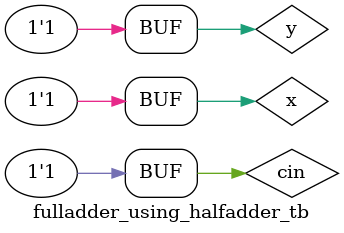
<source format=v>
module FULLADDER_USING_HALFADDER(a,b,cin,s,cout);
  input a,b,cin;
  output s,cout;
  
  wire w1,w2,w3;
  
  HALFADDER h1(a,b,w1,w2);
  HALFADDER h2(w1,cin,s,w3);
  
  OR o1(w2,w3,cout);

endmodule

module fulladder_using_halfadder_tb;
  reg x,y,cin;
  wire s,cout;
  FULLADDER_USING_HALFADDER f1(x,y,cin,s,cout);
  initial
    begin
       x=0; y=0; cin=0;
     #50  x=0; y=0; cin=1;
     #50  x=0; y=1; cin=0;
     #50  x=0; y=1; cin=1;
     #50  x=1; y=0; cin=0;
     #50  x=1; y=0; cin=1;
     #50  x=1; y=1; cin=0;
     #50  x=1; y=1; cin=1;
     
   end
   
   
  initial
   $monitor("Time:%d, Value of x = %b, Value of y = %o, Value of cin = %b, Value of s=%d,Value of cout=%d", $time,x,y,cin,s,cout);
 endmodule
</source>
